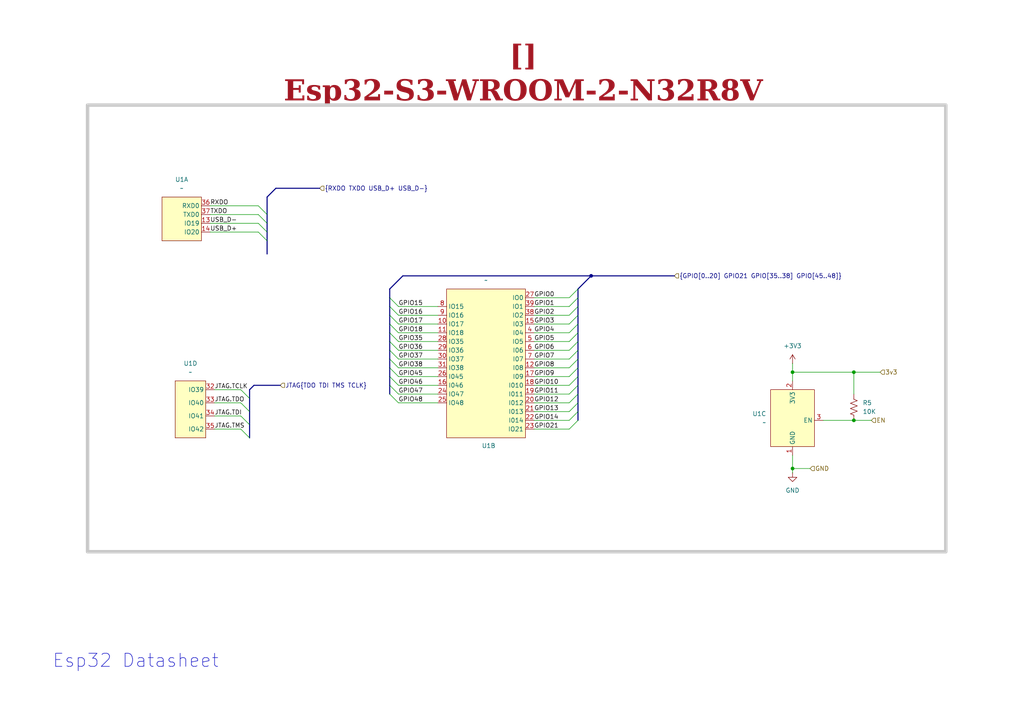
<source format=kicad_sch>
(kicad_sch (version 20250114) (generator "eeschema") (generator_version "9.0")
  (paper "A4")
  (title_block (title "Esp32-S3-WROOM-2-N32R8V") (date "Last Modified Date") (rev "${REVISION}") (company "${COMPANY}"))
  (lib_symbols
    (symbol "Device:R_US" (pin_numbers (hide yes)) (pin_names (offset 0))
      (property "Reference" "R" (at 2.54 0 90))
      (property "Value" "R_US" (at -2.54 0 90))
      (symbol "R_US_0_1"
        (polyline (pts (xy 0 2.286) (xy 0 2.54)))
        (polyline (pts (xy 0 2.286) (xy 1.016 1.905) (xy 0 1.524) (xy -1.016 1.143) (xy 0 0.762)))
        (polyline (pts (xy 0 0.762) (xy 1.016 0.381) (xy 0 0) (xy -1.016 -0.381) (xy 0 -0.762)))
        (polyline (pts (xy 0 -0.762) (xy 1.016 -1.143) (xy 0 -1.524) (xy -1.016 -1.905) (xy 0 -2.286)))
        (polyline (pts (xy 0 -2.286) (xy 0 -2.54)))
      )
      (symbol "R_US_1_1"
        (pin passive line (at 0 3.81 270) (length 1.27) (name "~") (number "1"))
        (pin passive line (at 0 -3.81 90) (length 1.27) (name "~") (number "2"))
      )
    )
    (symbol "_MCU_ESP32:ESP32-S3-WROOM-2"
      (property "Reference" "U" (at -11.43 32.766 0))
      (symbol "ESP32-S3-WROOM-2_1_1"
        (rectangle (start -7.62 8.89) (end 3.81 -3.81) (fill (type background)))
        (pin input line (at 6.35 6.35 180) (length 2.54) (name "RXD0") (number "36"))
        (pin output line (at 6.35 3.81 180) (length 2.54) (name "TXD0") (number "37"))
        (pin bidirectional line (at 6.35 1.27 180) (length 2.54) (name "IO19") (number "13"))
        (pin bidirectional line (at 6.35 -1.27 180) (length 2.54) (name "IO20") (number "14"))
      )
      (symbol "ESP32-S3-WROOM-2_2_1"
        (rectangle (start -12.7 29.21) (end 10.16 -13.97) (fill (type background)))
        (pin bidirectional line (at -15.24 24.13 0) (length 2.54) (name "IO15") (number "8"))
        (pin bidirectional line (at -15.24 21.59 0) (length 2.54) (name "IO16") (number "9"))
        (pin bidirectional line (at -15.24 19.05 0) (length 2.54) (name "IO17") (number "10"))
        (pin bidirectional line (at -15.24 16.51 0) (length 2.54) (name "IO18") (number "11"))
        (pin bidirectional line (at -15.24 13.97 0) (length 2.54) (name "IO35") (number "28"))
        (pin bidirectional line (at -15.24 11.43 0) (length 2.54) (name "IO36") (number "29"))
        (pin bidirectional line (at -15.24 8.89 0) (length 2.54) (name "IO37") (number "30"))
        (pin bidirectional line (at -15.24 6.35 0) (length 2.54) (name "IO38") (number "31"))
        (pin bidirectional line (at -15.24 3.81 0) (length 2.54) (name "I045") (number "26"))
        (pin bidirectional line (at -15.24 1.27 0) (length 2.54) (name "I046") (number "16"))
        (pin bidirectional line (at -15.24 -1.27 0) (length 2.54) (name "IO47") (number "24"))
        (pin bidirectional line (at -15.24 -3.81 0) (length 2.54) (name "IO48") (number "25"))
        (pin bidirectional line (at 12.7 26.67 180) (length 2.54) (name "IO0") (number "27"))
        (pin bidirectional line (at 12.7 24.13 180) (length 2.54) (name "IO1") (number "39"))
        (pin bidirectional line (at 12.7 21.59 180) (length 2.54) (name "IO2") (number "38"))
        (pin bidirectional line (at 12.7 19.05 180) (length 2.54) (name "I03") (number "15"))
        (pin bidirectional line (at 12.7 16.51 180) (length 2.54) (name "I04") (number "4"))
        (pin bidirectional line (at 12.7 13.97 180) (length 2.54) (name "IO5") (number "5"))
        (pin bidirectional line (at 12.7 11.43 180) (length 2.54) (name "I06") (number "6"))
        (pin bidirectional line (at 12.7 8.89 180) (length 2.54) (name "I07") (number "7"))
        (pin bidirectional line (at 12.7 6.35 180) (length 2.54) (name "I08") (number "12"))
        (pin bidirectional line (at 12.7 3.81 180) (length 2.54) (name "I09") (number "17"))
        (pin bidirectional line (at 12.7 1.27 180) (length 2.54) (name "I010") (number "18"))
        (pin bidirectional line (at 12.7 -1.27 180) (length 2.54) (name "I011") (number "19"))
        (pin bidirectional line (at 12.7 -3.81 180) (length 2.54) (name "I012") (number "20"))
        (pin bidirectional line (at 12.7 -6.35 180) (length 2.54) (name "I013") (number "21"))
        (pin bidirectional line (at 12.7 -8.89 180) (length 2.54) (name "I014") (number "22"))
        (pin bidirectional line (at 12.7 -11.43 180) (length 2.54) (name "IO21") (number "23"))
      )
      (symbol "ESP32-S3-WROOM-2_3_1"
        (rectangle (start -6.35 7.62) (end 6.35 -8.89) (fill (type background)))
        (pin power_in line (at 0 10.16 270) (length 2.54) (name "3V3") (number "2"))
        (pin power_out line (at 0 -11.43 90) (length 2.54) (name "GND") (number "1"))
        (pin power_out line (at 0 -11.43 90) (length 2.54) (hide yes) (name "GND") (number "40"))
        (pin power_out line (at 0 -11.43 90) (length 2.54) (hide yes) (name "GND") (number "41"))
        (pin input line (at 8.89 -1.27 180) (length 2.54) (name "EN") (number "3"))
      )
      (symbol "ESP32-S3-WROOM-2_4_1"
        (rectangle (start -5.08 7.62) (end 3.81 -8.89) (fill (type background)))
        (pin bidirectional line (at 6.35 5.08 180) (length 2.54) (name "IO39") (number "32"))
        (pin bidirectional line (at 6.35 1.27 180) (length 2.54) (name "IO40") (number "33"))
        (pin bidirectional line (at 6.35 -2.54 180) (length 2.54) (name "IO41") (number "34"))
        (pin bidirectional line (at 6.35 -6.35 180) (length 2.54) (name "IO42") (number "35"))
      )
    )
    (symbol "power:+3V3" (power) (pin_numbers (hide yes)) (pin_names (offset 0) (hide yes))
      (property "Value" "+3V3" (at 0 3.556 0))
      (symbol "+3V3_0_1"
        (polyline (pts (xy -0.762 1.27) (xy 0 2.54)))
        (polyline (pts (xy 0 2.54) (xy 0.762 1.27)))
        (polyline (pts (xy 0 0) (xy 0 2.54)))
      )
      (symbol "+3V3_1_1"
        (pin power_in line (at 0 0 90) (length 0) (name "~") (number "1"))
      )
    )
    (symbol "power:GND" (power) (pin_numbers (hide yes)) (pin_names (offset 0) (hide yes))
      (property "Value" "GND" (at 0 -3.81 0))
      (symbol "GND_0_1"
        (polyline (pts (xy 0 0) (xy 0 -1.27) (xy 1.27 -1.27) (xy 0 -2.54) (xy -1.27 -1.27) (xy 0 -1.27)))
      )
      (symbol "GND_1_1"
        (pin power_in line (at 0 0 270) (length 0) (name "~") (number "1"))
      )
    )
  )
  (rectangle (start 25.4 30.48) (end 274.32 160.02) (stroke (width 1) (color 200 200 200 1)))
  (text "Esp32 Datasheet" (at 39.37 191.77 0) (effects (font (size 3.81 3.81))))
  (text_box "[${#}] ${TITLE}" (at 115.57 15.24 0) (size 72.39 12.7) (margins 4.4999 4.4999 4.4999 4.4999) (stroke (width -0.0001)) (effects (font (size 6 6) (thickness 1.2) (bold yes))))
  (junction (at 247.65 107.95))
  (junction (at 247.65 121.92))
  (junction (at 229.87 135.89))
  (junction (at 229.87 107.95))
  (junction (at 171.45 80.01))
  (bus_entry (at 167.64 104.14) (size -2.54 2.54))
  (bus_entry (at 113.03 111.76) (size 2.54 2.54))
  (bus_entry (at 72.39 127) (size -2.54 -2.54))
  (bus_entry (at 113.03 88.9) (size 2.54 2.54))
  (bus_entry (at 113.03 99.06) (size 2.54 2.54))
  (bus_entry (at 113.03 91.44) (size 2.54 2.54))
  (bus_entry (at 167.64 99.06) (size -2.54 2.54))
  (bus_entry (at 72.39 115.57) (size -2.54 -2.54))
  (bus_entry (at 72.39 123.19) (size -2.54 -2.54))
  (bus_entry (at 113.03 101.6) (size 2.54 2.54))
  (bus_entry (at 113.03 106.68) (size 2.54 2.54))
  (bus_entry (at 167.64 88.9) (size -2.54 2.54))
  (bus_entry (at 167.64 121.92) (size -2.54 2.54))
  (bus_entry (at 167.64 106.68) (size -2.54 2.54))
  (bus_entry (at 77.47 64.77) (size -2.54 -2.54))
  (bus_entry (at 167.64 114.3) (size -2.54 2.54))
  (bus_entry (at 113.03 96.52) (size 2.54 2.54))
  (bus_entry (at 113.03 114.3) (size 2.54 2.54))
  (bus_entry (at 113.03 86.36) (size 2.54 2.54))
  (bus_entry (at 167.64 116.84) (size -2.54 2.54))
  (bus_entry (at 167.64 119.38) (size -2.54 2.54))
  (bus_entry (at 77.47 67.31) (size -2.54 -2.54))
  (bus_entry (at 113.03 109.22) (size 2.54 2.54))
  (bus_entry (at 113.03 104.14) (size 2.54 2.54))
  (bus_entry (at 72.39 119.38) (size -2.54 -2.54))
  (bus_entry (at 167.64 83.82) (size -2.54 2.54))
  (bus_entry (at 167.64 91.44) (size -2.54 2.54))
  (bus_entry (at 167.64 96.52) (size -2.54 2.54))
  (bus_entry (at 167.64 111.76) (size -2.54 2.54))
  (bus_entry (at 113.03 93.98) (size 2.54 2.54))
  (bus_entry (at 77.47 62.23) (size -2.54 -2.54))
  (bus_entry (at 167.64 86.36) (size -2.54 2.54))
  (bus_entry (at 167.64 109.22) (size -2.54 2.54))
  (bus_entry (at 77.47 69.85) (size -2.54 -2.54))
  (bus_entry (at 167.64 101.6) (size -2.54 2.54))
  (bus_entry (at 167.64 93.98) (size -2.54 2.54))
  (wire (pts (xy 154.94 99.06) (xy 165.1 99.06)))
  (bus (pts (xy 77.47 69.85) (xy 77.47 73.66)))
  (wire (pts (xy 247.65 107.95) (xy 247.65 114.3)))
  (bus (pts (xy 77.47 62.23) (xy 77.47 64.77)))
  (bus (pts (xy 167.64 83.82) (xy 167.64 86.36)))
  (bus (pts (xy 80.01 54.61) (xy 92.71 54.61)))
  (wire (pts (xy 115.57 101.6) (xy 127 101.6)))
  (bus (pts (xy 113.03 109.22) (xy 113.03 111.76)))
  (wire (pts (xy 154.94 121.92) (xy 165.1 121.92)))
  (wire (pts (xy 238.76 121.92) (xy 247.65 121.92)))
  (wire (pts (xy 247.65 121.92) (xy 252.73 121.92)))
  (wire (pts (xy 62.23 124.46) (xy 69.85 124.46)))
  (bus (pts (xy 167.64 88.9) (xy 167.64 91.44)))
  (bus (pts (xy 113.03 104.14) (xy 113.03 106.68)))
  (wire (pts (xy 60.96 62.23) (xy 74.93 62.23)))
  (bus (pts (xy 72.39 115.57) (xy 72.39 113.03)))
  (wire (pts (xy 62.23 113.03) (xy 69.85 113.03)))
  (wire (pts (xy 247.65 107.95) (xy 255.27 107.95)))
  (bus (pts (xy 167.64 91.44) (xy 167.64 93.98)))
  (wire (pts (xy 115.57 109.22) (xy 127 109.22)))
  (wire (pts (xy 115.57 104.14) (xy 127 104.14)))
  (bus (pts (xy 113.03 93.98) (xy 113.03 91.44)))
  (bus (pts (xy 72.39 123.19) (xy 72.39 127)))
  (bus (pts (xy 73.66 111.76) (xy 81.28 111.76)))
  (bus (pts (xy 167.64 106.68) (xy 167.64 109.22)))
  (bus (pts (xy 113.03 96.52) (xy 113.03 99.06)))
  (wire (pts (xy 229.87 105.41) (xy 229.87 107.95)))
  (bus (pts (xy 72.39 119.38) (xy 72.39 115.57)))
  (wire (pts (xy 60.96 67.31) (xy 74.93 67.31)))
  (bus (pts (xy 113.03 101.6) (xy 113.03 104.14)))
  (wire (pts (xy 62.23 120.65) (xy 69.85 120.65)))
  (wire (pts (xy 115.57 114.3) (xy 127 114.3)))
  (wire (pts (xy 154.94 88.9) (xy 165.1 88.9)))
  (bus (pts (xy 113.03 111.76) (xy 113.03 114.3)))
  (wire (pts (xy 115.57 91.44) (xy 127 91.44)))
  (wire (pts (xy 154.94 119.38) (xy 165.1 119.38)))
  (bus (pts (xy 167.64 93.98) (xy 167.64 96.52)))
  (wire (pts (xy 60.96 64.77) (xy 74.93 64.77)))
  (bus (pts (xy 167.64 114.3) (xy 167.64 116.84)))
  (bus (pts (xy 167.64 99.06) (xy 167.64 101.6)))
  (wire (pts (xy 154.94 124.46) (xy 165.1 124.46)))
  (bus (pts (xy 113.03 86.36) (xy 113.03 83.82)))
  (bus (pts (xy 72.39 119.38) (xy 72.39 123.19)))
  (bus (pts (xy 167.64 116.84) (xy 167.64 119.38)))
  (bus (pts (xy 113.03 91.44) (xy 113.03 88.9)))
  (bus (pts (xy 167.64 109.22) (xy 167.64 111.76)))
  (bus (pts (xy 113.03 83.82) (xy 116.84 80.01)))
  (wire (pts (xy 154.94 106.68) (xy 165.1 106.68)))
  (wire (pts (xy 234.95 135.89) (xy 229.87 135.89)))
  (wire (pts (xy 229.87 132.08) (xy 229.87 135.89)))
  (bus (pts (xy 113.03 93.98) (xy 113.03 96.52)))
  (wire (pts (xy 115.57 93.98) (xy 127 93.98)))
  (bus (pts (xy 72.39 113.03) (xy 73.66 111.76)))
  (bus (pts (xy 171.45 80.01) (xy 195.58 80.01)))
  (wire (pts (xy 154.94 93.98) (xy 165.1 93.98)))
  (wire (pts (xy 154.94 101.6) (xy 165.1 101.6)))
  (bus (pts (xy 77.47 57.15) (xy 80.01 54.61)))
  (bus (pts (xy 77.47 64.77) (xy 77.47 67.31)))
  (wire (pts (xy 154.94 96.52) (xy 165.1 96.52)))
  (bus (pts (xy 167.64 104.14) (xy 167.64 106.68)))
  (bus (pts (xy 77.47 57.15) (xy 77.47 62.23)))
  (wire (pts (xy 115.57 96.52) (xy 127 96.52)))
  (wire (pts (xy 229.87 107.95) (xy 229.87 110.49)))
  (bus (pts (xy 167.64 101.6) (xy 167.64 104.14)))
  (wire (pts (xy 115.57 116.84) (xy 127 116.84)))
  (wire (pts (xy 229.87 107.95) (xy 247.65 107.95)))
  (wire (pts (xy 229.87 135.89) (xy 229.87 137.16)))
  (bus (pts (xy 167.64 119.38) (xy 167.64 121.92)))
  (wire (pts (xy 115.57 88.9) (xy 127 88.9)))
  (bus (pts (xy 113.03 88.9) (xy 113.03 86.36)))
  (wire (pts (xy 154.94 114.3) (xy 165.1 114.3)))
  (wire (pts (xy 62.23 116.84) (xy 69.85 116.84)))
  (wire (pts (xy 115.57 99.06) (xy 127 99.06)))
  (bus (pts (xy 167.64 83.82) (xy 171.45 80.01)))
  (bus (pts (xy 113.03 106.68) (xy 113.03 109.22)))
  (bus (pts (xy 167.64 96.52) (xy 167.64 99.06)))
  (bus (pts (xy 167.64 86.36) (xy 167.64 88.9)))
  (wire (pts (xy 154.94 116.84) (xy 165.1 116.84)))
  (bus (pts (xy 77.47 67.31) (xy 77.47 69.85)))
  (bus (pts (xy 171.45 80.01) (xy 116.84 80.01)))
  (wire (pts (xy 154.94 104.14) (xy 165.1 104.14)))
  (bus (pts (xy 167.64 111.76) (xy 167.64 114.3)))
  (wire (pts (xy 154.94 111.76) (xy 165.1 111.76)))
  (wire (pts (xy 115.57 111.76) (xy 127 111.76)))
  (wire (pts (xy 154.94 91.44) (xy 165.1 91.44)))
  (wire (pts (xy 154.94 109.22) (xy 165.1 109.22)))
  (wire (pts (xy 60.96 59.69) (xy 74.93 59.69)))
  (bus (pts (xy 113.03 99.06) (xy 113.03 101.6)))
  (wire (pts (xy 115.57 106.68) (xy 127 106.68)))
  (wire (pts (xy 154.94 86.36) (xy 165.1 86.36)))
  (label "GPIO17" (at 115.57 93.98 0))
  (label "GPIO48" (at 115.57 116.84 0))
  (label "GPIO46" (at 115.57 111.76 0))
  (label "GPIO37" (at 115.57 104.14 0))
  (label "TXDO" (at 60.96 62.23 0))
  (label "GPIO9" (at 154.94 109.22 0))
  (label "GPIO4" (at 154.94 96.52 0))
  (label "RXDO" (at 60.96 59.69 0))
  (label "GPIO6" (at 154.94 101.6 0))
  (label "GPIO12" (at 154.94 116.84 0))
  (label "GPIO13" (at 154.94 119.38 0))
  (label "GPIO14" (at 154.94 121.92 0))
  (label "GPIO2" (at 154.94 91.44 0))
  (label "GPIO47" (at 115.57 114.3 0))
  (label "GPIO0" (at 154.94 86.36 0))
  (label "USB_D-" (at 60.96 64.77 0))
  (label "GPIO5" (at 154.94 99.06 0))
  (label "GPIO11" (at 154.94 114.3 0))
  (label "GPIO7" (at 154.94 104.14 0))
  (label "GPIO35" (at 115.57 99.06 0))
  (label "GPIO10" (at 154.94 111.76 0))
  (label "GPIO21" (at 154.94 124.46 0))
  (label "GPIO38" (at 115.57 106.68 0))
  (label "GPIO3" (at 154.94 93.98 0))
  (label "JTAG.TMS" (at 62.23 124.46 0))
  (label "GPIO8" (at 154.94 106.68 0))
  (label "GPIO16" (at 115.57 91.44 0))
  (label "GPIO18" (at 115.57 96.52 0))
  (label "GPIO45" (at 115.57 109.22 0))
  (label "GPIO1" (at 154.94 88.9 0))
  (label "GPIO36" (at 115.57 101.6 0))
  (label "JTAG.TDI" (at 62.23 120.65 0))
  (label "USB_D+" (at 60.96 67.31 0))
  (label "JTAG.TCLK" (at 62.23 113.03 0))
  (label "GPIO15" (at 115.57 88.9 0))
  (label "JTAG.TDO" (at 62.23 116.84 0))
  (hierarchical_label "3v3" (shape input) (at 255.27 107.95 0))
  (hierarchical_label "{RXDO TXDO USB_D+ USB_D-}" (shape input) (at 92.71 54.61 0))
  (hierarchical_label "{GPIO[0..20] GPIO21 GPIO[35..38] GPIO[45..48]}" (shape input) (at 195.58 80.01 0))
  (hierarchical_label "GND" (shape input) (at 234.95 135.89 0))
  (hierarchical_label "EN" (shape input) (at 252.73 121.92 0))
  (hierarchical_label "JTAG{TDO TDI TMS TCLK}" (shape input) (at 81.28 111.76 0))
  (symbol (lib_id "power:GND") (at 229.87 137.16 0) (unit 1)
    (property "Reference" "#PWR02" (effects (hide yes)))
    (property "Value" "GND" (at 229.87 142.24 0))
    (property "Description" "Power symbol creates a global label with name \"GND\" , ground" (effects (hide yes)))
  )
  (symbol (lib_id "power:+3V3") (at 229.87 105.41 0) (unit 1)
    (property "Reference" "#PWR01" (effects (hide yes)))
    (property "Value" "+3V3" (at 229.87 100.33 0))
    (property "Description" "Power symbol creates a global label with name \"+3V3\"" (effects (hide yes)))
  )
  (symbol (lib_id "_MCU_ESP32:ESP32-S3-WROOM-2") (at 229.87 120.65 0) (unit 3)
    (property "Reference" "U1" (at 222.25 120.0149 0) (effects (justify right)))
    (property "Value" "~" (at 222.25 122.5549 0) (effects (justify right)))
    (property "Footprint" "RF_Module:ESP32-S3-WROOM-2" (effects (hide yes)))
    (property "Description" "2.4 GHz Wi-fi (802.11b/g/n) and Bluetooth 5 module" (effects (hide yes)))
  )
  (symbol (lib_id "_MCU_ESP32:ESP32-S3-WROOM-2") (at 54.61 66.04 0) (unit 1)
    (property "Reference" "U1" (at 52.705 52.07 0))
    (property "Value" "~" (at 52.705 54.61 0))
    (property "Footprint" "RF_Module:ESP32-S3-WROOM-2" (effects (hide yes)))
    (property "Description" "2.4 GHz Wi-fi (802.11b/g/n) and Bluetooth 5 module" (effects (hide yes)))
  )
  (symbol (lib_id "_MCU_ESP32:ESP32-S3-WROOM-2") (at 142.24 113.03 0) (unit 2)
    (property "Reference" "U1" (at 141.732 129.286 0))
    (property "Value" "~" (at 140.97 81.28 0))
    (property "Footprint" "RF_Module:ESP32-S3-WROOM-2" (effects (hide yes)))
    (property "Description" "2.4 GHz Wi-fi (802.11b/g/n) and Bluetooth 5 module" (effects (hide yes)))
  )
  (symbol (lib_id "_MCU_ESP32:ESP32-S3-WROOM-2") (at 55.88 118.11 0) (unit 4)
    (property "Reference" "U1" (at 55.245 105.41 0))
    (property "Value" "~" (at 55.245 107.95 0))
    (property "Footprint" "RF_Module:ESP32-S3-WROOM-2" (effects (hide yes)))
    (property "Description" "2.4 GHz Wi-fi (802.11b/g/n) and Bluetooth 5 module" (effects (hide yes)))
  )
  (symbol (lib_id "Device:R_US") (at 247.65 118.11 0) (unit 1)
    (property "Reference" "R5" (at 250.19 116.8399 0) (effects (justify left)))
    (property "Value" "10K" (at 250.19 119.3799 0) (effects (justify left)))
    (property "Footprint" "Resistor_SMD:R_0805_2012Metric_Pad1.20x1.40mm_HandSolder" (effects (hide yes)))
    (property "Description" "Resistor, US symbol" (effects (hide yes)))
  )
)
</source>
